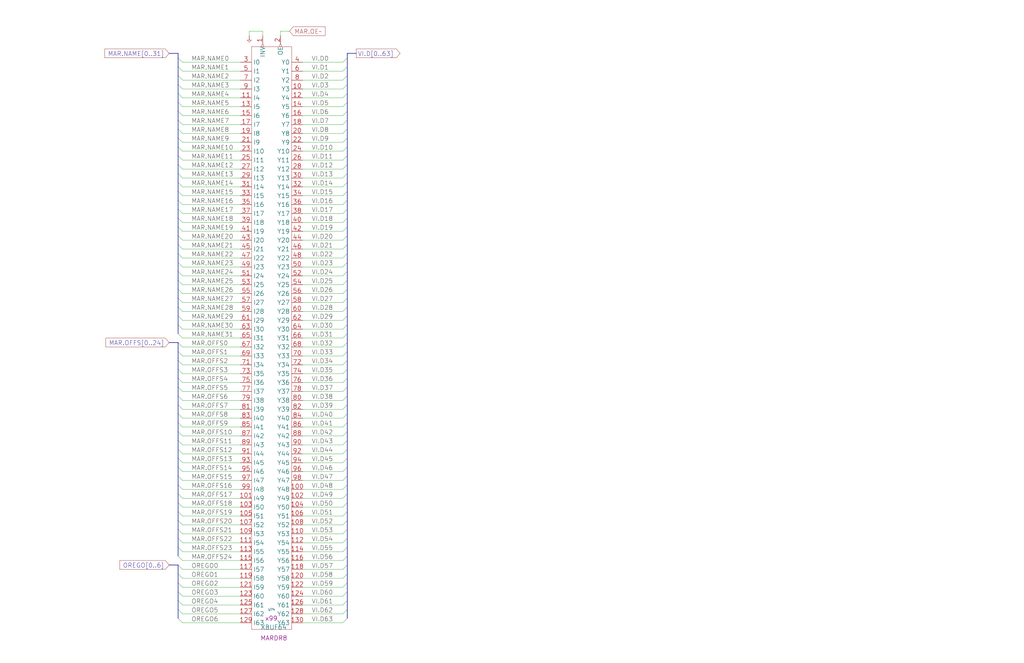
<source format=kicad_sch>
(kicad_sch (version 20230121) (generator eeschema)
  (paper "User" 584.2 378.46)
  (title_block (title "READ MAR DRIVER") (date "20-MAR-90") (rev "1.0") (comment 1 "FIU") (comment 2 "232-003065") (comment 3 "S400") (comment 4 "RELEASED"))
  (lib_symbols
    (symbol "r1000:PD" (power) (pin_numbers hide) (pin_names hide) (in_bom no)
      (symbol "PD_0_1"
        (polyline (pts (xy 0 -2.54) (xy 1.27 -2.54) (xy 0 -3.81) (xy -1.27 -2.54) (xy 0 -2.54)) (stroke (width 0.1524)))
      )
      (symbol "PD_1_1"
        (pin power_in line (at 0 0 270) (length 2.54) (name "PD") (number "1"))
      )
    )
    (symbol "r1000:XBUF64" (pin_names (offset 1.016))
      (property "Reference" "U" (at 2.54 5.08 0))
      (property "Value" "XBUF64" (at -3.81 -5.08 0))
      (property "Location" "___" (at -1.27 0 0))
      (property "Name" "______" (at 3.81 -12.7 0))
      (symbol "XBUF64_1_1"
        (rectangle (start -8.89 326.39) (end 13.97 -6.35))
        (circle (center -2.54 327.025) (radius 0.635))
        (circle (center 7.62 327.025) (radius 0.635))
        (pin input line (at -2.54 332.74 270) (length 5.08) (name "INV") (number "1"))
        (pin tri_state line (at 20.32 302.26 180) (length 6.35) (name "Y3") (number "10"))
        (pin tri_state line (at 20.32 73.66 180) (length 6.35) (name "Y48") (number "100"))
        (pin input line (at -15.24 68.58 0) (length 6.35) (name "I49") (number "101"))
        (pin tri_state line (at 20.32 68.58 180) (length 6.35) (name "Y49") (number "102"))
        (pin input line (at -15.24 63.5 0) (length 6.35) (name "I50") (number "103"))
        (pin tri_state line (at 20.32 63.5 180) (length 6.35) (name "Y50") (number "104"))
        (pin input line (at -15.24 58.42 0) (length 6.35) (name "I51") (number "105"))
        (pin tri_state line (at 20.32 58.42 180) (length 6.35) (name "Y51") (number "106"))
        (pin input line (at -15.24 53.34 0) (length 6.35) (name "I52") (number "107"))
        (pin tri_state line (at 20.32 53.34 180) (length 6.35) (name "Y52") (number "108"))
        (pin input line (at -15.24 48.26 0) (length 6.35) (name "I53") (number "109"))
        (pin input line (at -15.24 297.18 0) (length 6.35) (name "I4") (number "11"))
        (pin tri_state line (at 20.32 48.26 180) (length 6.35) (name "Y53") (number "110"))
        (pin input line (at -15.24 43.18 0) (length 6.35) (name "I54") (number "111"))
        (pin tri_state line (at 20.32 43.18 180) (length 6.35) (name "Y54") (number "112"))
        (pin input line (at -15.24 38.1 0) (length 6.35) (name "I55") (number "113"))
        (pin tri_state line (at 20.32 38.1 180) (length 6.35) (name "Y55") (number "114"))
        (pin input line (at -15.24 33.02 0) (length 6.35) (name "I56") (number "115"))
        (pin tri_state line (at 20.32 33.02 180) (length 6.35) (name "Y56") (number "116"))
        (pin input line (at -15.24 27.94 0) (length 6.35) (name "I57") (number "117"))
        (pin tri_state line (at 20.32 27.94 180) (length 6.35) (name "Y57") (number "118"))
        (pin input line (at -15.24 22.86 0) (length 6.35) (name "I58") (number "119"))
        (pin tri_state line (at 20.32 297.18 180) (length 6.35) (name "Y4") (number "12"))
        (pin tri_state line (at 20.32 22.86 180) (length 6.35) (name "Y58") (number "120"))
        (pin input line (at -15.24 17.78 0) (length 6.35) (name "I59") (number "121"))
        (pin tri_state line (at 20.32 17.78 180) (length 6.35) (name "Y59") (number "122"))
        (pin input line (at -15.24 12.7 0) (length 6.35) (name "I60") (number "123"))
        (pin tri_state line (at 20.32 12.7 180) (length 6.35) (name "Y60") (number "124"))
        (pin input line (at -15.24 7.62 0) (length 6.35) (name "I61") (number "125"))
        (pin tri_state line (at 20.32 7.62 180) (length 6.35) (name "Y61") (number "126"))
        (pin input line (at -15.24 2.54 0) (length 6.35) (name "I62") (number "127"))
        (pin tri_state line (at 20.32 2.54 180) (length 6.35) (name "Y62") (number "128"))
        (pin input line (at -15.24 -2.54 0) (length 6.35) (name "I63") (number "129"))
        (pin input line (at -15.24 292.1 0) (length 6.35) (name "I5") (number "13"))
        (pin tri_state line (at 20.32 -2.54 180) (length 6.35) (name "Y63") (number "130"))
        (pin tri_state line (at 20.32 292.1 180) (length 6.35) (name "Y5") (number "14"))
        (pin input line (at -15.24 287.02 0) (length 6.35) (name "I6") (number "15"))
        (pin tri_state line (at 20.32 287.02 180) (length 6.35) (name "Y6") (number "16"))
        (pin input line (at -15.24 281.94 0) (length 6.35) (name "I7") (number "17"))
        (pin tri_state line (at 20.32 281.94 180) (length 6.35) (name "Y7") (number "18"))
        (pin input line (at -15.24 276.86 0) (length 6.35) (name "I8") (number "19"))
        (pin input line (at 7.62 332.74 270) (length 5.08) (name "OE") (number "2"))
        (pin tri_state line (at 20.32 276.86 180) (length 6.35) (name "Y8") (number "20"))
        (pin input line (at -15.24 271.78 0) (length 6.35) (name "I9") (number "21"))
        (pin tri_state line (at 20.32 271.78 180) (length 6.35) (name "Y9") (number "22"))
        (pin input line (at -15.24 266.7 0) (length 6.35) (name "I10") (number "23"))
        (pin tri_state line (at 20.32 266.7 180) (length 6.35) (name "Y10") (number "24"))
        (pin input line (at -15.24 261.62 0) (length 6.35) (name "I11") (number "25"))
        (pin tri_state line (at 20.32 261.62 180) (length 6.35) (name "Y11") (number "26"))
        (pin input line (at -15.24 256.54 0) (length 6.35) (name "I12") (number "27"))
        (pin tri_state line (at 20.32 256.54 180) (length 6.35) (name "Y12") (number "28"))
        (pin input line (at -15.24 251.46 0) (length 6.35) (name "I13") (number "29"))
        (pin input line (at -15.24 317.5 0) (length 6.35) (name "I0") (number "3"))
        (pin tri_state line (at 20.32 251.46 180) (length 6.35) (name "Y13") (number "30"))
        (pin input line (at -15.24 246.38 0) (length 6.35) (name "I14") (number "31"))
        (pin tri_state line (at 20.32 246.38 180) (length 6.35) (name "Y14") (number "32"))
        (pin input line (at -15.24 241.3 0) (length 6.35) (name "I15") (number "33"))
        (pin tri_state line (at 20.32 241.3 180) (length 6.35) (name "Y15") (number "34"))
        (pin input line (at -15.24 236.22 0) (length 6.35) (name "I16") (number "35"))
        (pin tri_state line (at 20.32 236.22 180) (length 6.35) (name "Y16") (number "36"))
        (pin input line (at -15.24 231.14 0) (length 6.35) (name "I17") (number "37"))
        (pin tri_state line (at 20.32 231.14 180) (length 6.35) (name "Y17") (number "38"))
        (pin input line (at -15.24 226.06 0) (length 6.35) (name "I18") (number "39"))
        (pin tri_state line (at 20.32 317.5 180) (length 6.35) (name "Y0") (number "4"))
        (pin tri_state line (at 20.32 226.06 180) (length 6.35) (name "Y18") (number "40"))
        (pin input line (at -15.24 220.98 0) (length 6.35) (name "I19") (number "41"))
        (pin tri_state line (at 20.32 220.98 180) (length 6.35) (name "Y19") (number "42"))
        (pin input line (at -15.24 215.9 0) (length 6.35) (name "I20") (number "43"))
        (pin tri_state line (at 20.32 215.9 180) (length 6.35) (name "Y20") (number "44"))
        (pin input line (at -15.24 210.82 0) (length 6.35) (name "I21") (number "45"))
        (pin tri_state line (at 20.32 210.82 180) (length 6.35) (name "Y21") (number "46"))
        (pin input line (at -15.24 205.74 0) (length 6.35) (name "I22") (number "47"))
        (pin tri_state line (at 20.32 205.74 180) (length 6.35) (name "Y22") (number "48"))
        (pin input line (at -15.24 200.66 0) (length 6.35) (name "I23") (number "49"))
        (pin input line (at -15.24 312.42 0) (length 6.35) (name "I1") (number "5"))
        (pin tri_state line (at 20.32 200.66 180) (length 6.35) (name "Y23") (number "50"))
        (pin input line (at -15.24 195.58 0) (length 6.35) (name "I24") (number "51"))
        (pin tri_state line (at 20.32 195.58 180) (length 6.35) (name "Y24") (number "52"))
        (pin input line (at -15.24 190.5 0) (length 6.35) (name "I25") (number "53"))
        (pin tri_state line (at 20.32 190.5 180) (length 6.35) (name "Y25") (number "54"))
        (pin input line (at -15.24 185.42 0) (length 6.35) (name "I26") (number "55"))
        (pin tri_state line (at 20.32 185.42 180) (length 6.35) (name "Y26") (number "56"))
        (pin input line (at -15.24 180.34 0) (length 6.35) (name "I27") (number "57"))
        (pin tri_state line (at 20.32 180.34 180) (length 6.35) (name "Y27") (number "58"))
        (pin input line (at -15.24 175.26 0) (length 6.35) (name "I28") (number "59"))
        (pin tri_state line (at 20.32 312.42 180) (length 6.35) (name "Y1") (number "6"))
        (pin tri_state line (at 20.32 175.26 180) (length 6.35) (name "Y28") (number "60"))
        (pin input line (at -15.24 170.18 0) (length 6.35) (name "I29") (number "61"))
        (pin tri_state line (at 20.32 170.18 180) (length 6.35) (name "Y29") (number "62"))
        (pin input line (at -15.24 165.1 0) (length 6.35) (name "I30") (number "63"))
        (pin tri_state line (at 20.32 165.1 180) (length 6.35) (name "Y30") (number "64"))
        (pin input line (at -15.24 160.02 0) (length 6.35) (name "I31") (number "65"))
        (pin tri_state line (at 20.32 160.02 180) (length 6.35) (name "Y31") (number "66"))
        (pin input line (at -15.24 154.94 0) (length 6.35) (name "I32") (number "67"))
        (pin tri_state line (at 20.32 154.94 180) (length 6.35) (name "Y32") (number "68"))
        (pin input line (at -15.24 149.86 0) (length 6.35) (name "I33") (number "69"))
        (pin input line (at -15.24 307.34 0) (length 6.35) (name "I2") (number "7"))
        (pin tri_state line (at 20.32 149.86 180) (length 6.35) (name "Y33") (number "70"))
        (pin input line (at -15.24 144.78 0) (length 6.35) (name "I34") (number "71"))
        (pin tri_state line (at 20.32 144.78 180) (length 6.35) (name "Y34") (number "72"))
        (pin input line (at -15.24 139.7 0) (length 6.35) (name "I35") (number "73"))
        (pin tri_state line (at 20.32 139.7 180) (length 6.35) (name "Y35") (number "74"))
        (pin input line (at -15.24 134.62 0) (length 6.35) (name "I36") (number "75"))
        (pin tri_state line (at 20.32 134.62 180) (length 6.35) (name "Y36") (number "76"))
        (pin input line (at -15.24 129.54 0) (length 6.35) (name "I37") (number "77"))
        (pin tri_state line (at 20.32 129.54 180) (length 6.35) (name "Y37") (number "78"))
        (pin input line (at -15.24 124.46 0) (length 6.35) (name "I38") (number "79"))
        (pin tri_state line (at 20.32 307.34 180) (length 6.35) (name "Y2") (number "8"))
        (pin tri_state line (at 20.32 124.46 180) (length 6.35) (name "Y38") (number "80"))
        (pin input line (at -15.24 119.38 0) (length 6.35) (name "I39") (number "81"))
        (pin tri_state line (at 20.32 119.38 180) (length 6.35) (name "Y39") (number "82"))
        (pin input line (at -15.24 114.3 0) (length 6.35) (name "I40") (number "83"))
        (pin tri_state line (at 20.32 114.3 180) (length 6.35) (name "Y40") (number "84"))
        (pin input line (at -15.24 109.22 0) (length 6.35) (name "I41") (number "85"))
        (pin tri_state line (at 20.32 109.22 180) (length 6.35) (name "Y41") (number "86"))
        (pin input line (at -15.24 104.14 0) (length 6.35) (name "I42") (number "87"))
        (pin tri_state line (at 20.32 104.14 180) (length 6.35) (name "Y42") (number "88"))
        (pin input line (at -15.24 99.06 0) (length 6.35) (name "I43") (number "89"))
        (pin input line (at -15.24 302.26 0) (length 6.35) (name "I3") (number "9"))
        (pin tri_state line (at 20.32 99.06 180) (length 6.35) (name "Y43") (number "90"))
        (pin input line (at -15.24 93.98 0) (length 6.35) (name "I44") (number "91"))
        (pin tri_state line (at 20.32 93.98 180) (length 6.35) (name "Y44") (number "92"))
        (pin input line (at -15.24 88.9 0) (length 6.35) (name "I45") (number "93"))
        (pin tri_state line (at 20.32 88.9 180) (length 6.35) (name "Y45") (number "94"))
        (pin input line (at -15.24 83.82 0) (length 6.35) (name "I46") (number "95"))
        (pin tri_state line (at 20.32 83.82 180) (length 6.35) (name "Y46") (number "96"))
        (pin input line (at -15.24 78.74 0) (length 6.35) (name "I47") (number "97"))
        (pin tri_state line (at 20.32 78.74 180) (length 6.35) (name "Y47") (number "98"))
        (pin input line (at -15.24 73.66 0) (length 6.35) (name "I48") (number "99"))
      )
    )
  )
  (bus_entry (at 101.6 154.94) (size 2.54 2.54))
  (bus_entry (at 198.12 256.54) (size -2.54 2.54))
  (bus_entry (at 198.12 185.42) (size -2.54 2.54))
  (bus_entry (at 198.12 322.58) (size -2.54 2.54))
  (bus_entry (at 198.12 78.74) (size -2.54 2.54))
  (bus_entry (at 101.6 246.38) (size 2.54 2.54))
  (bus_entry (at 101.6 347.98) (size 2.54 2.54))
  (bus_entry (at 198.12 292.1) (size -2.54 2.54))
  (bus_entry (at 101.6 73.66) (size 2.54 2.54))
  (bus_entry (at 101.6 88.9) (size 2.54 2.54))
  (bus_entry (at 101.6 114.3) (size 2.54 2.54))
  (bus_entry (at 198.12 266.7) (size -2.54 2.54))
  (bus_entry (at 101.6 302.26) (size 2.54 2.54))
  (bus_entry (at 101.6 139.7) (size 2.54 2.54))
  (bus_entry (at 101.6 236.22) (size 2.54 2.54))
  (bus_entry (at 101.6 63.5) (size 2.54 2.54))
  (bus_entry (at 198.12 317.5) (size -2.54 2.54))
  (bus_entry (at 198.12 119.38) (size -2.54 2.54))
  (bus_entry (at 198.12 104.14) (size -2.54 2.54))
  (bus_entry (at 101.6 170.18) (size 2.54 2.54))
  (bus_entry (at 198.12 129.54) (size -2.54 2.54))
  (bus_entry (at 101.6 307.34) (size 2.54 2.54))
  (bus_entry (at 101.6 317.5) (size 2.54 2.54))
  (bus_entry (at 101.6 175.26) (size 2.54 2.54))
  (bus_entry (at 101.6 195.58) (size 2.54 2.54))
  (bus_entry (at 198.12 307.34) (size -2.54 2.54))
  (bus_entry (at 198.12 43.18) (size -2.54 2.54))
  (bus_entry (at 198.12 210.82) (size -2.54 2.54))
  (bus_entry (at 198.12 109.22) (size -2.54 2.54))
  (bus_entry (at 101.6 297.18) (size 2.54 2.54))
  (bus_entry (at 101.6 119.38) (size 2.54 2.54))
  (bus_entry (at 101.6 226.06) (size 2.54 2.54))
  (bus_entry (at 198.12 312.42) (size -2.54 2.54))
  (bus_entry (at 101.6 180.34) (size 2.54 2.54))
  (bus_entry (at 198.12 38.1) (size -2.54 2.54))
  (bus_entry (at 198.12 99.06) (size -2.54 2.54))
  (bus_entry (at 101.6 215.9) (size 2.54 2.54))
  (bus_entry (at 101.6 342.9) (size 2.54 2.54))
  (bus_entry (at 101.6 353.06) (size 2.54 2.54))
  (bus_entry (at 198.12 215.9) (size -2.54 2.54))
  (bus_entry (at 198.12 48.26) (size -2.54 2.54))
  (bus_entry (at 101.6 200.66) (size 2.54 2.54))
  (bus_entry (at 101.6 266.7) (size 2.54 2.54))
  (bus_entry (at 101.6 33.02) (size 2.54 2.54))
  (bus_entry (at 198.12 63.5) (size -2.54 2.54))
  (bus_entry (at 101.6 220.98) (size 2.54 2.54))
  (bus_entry (at 198.12 33.02) (size -2.54 2.54))
  (bus_entry (at 198.12 144.78) (size -2.54 2.54))
  (bus_entry (at 198.12 93.98) (size -2.54 2.54))
  (bus_entry (at 101.6 281.94) (size 2.54 2.54))
  (bus_entry (at 198.12 134.62) (size -2.54 2.54))
  (bus_entry (at 198.12 195.58) (size -2.54 2.54))
  (bus_entry (at 101.6 241.3) (size 2.54 2.54))
  (bus_entry (at 198.12 139.7) (size -2.54 2.54))
  (bus_entry (at 101.6 38.1) (size 2.54 2.54))
  (bus_entry (at 198.12 337.82) (size -2.54 2.54))
  (bus_entry (at 101.6 109.22) (size 2.54 2.54))
  (bus_entry (at 198.12 226.06) (size -2.54 2.54))
  (bus_entry (at 198.12 190.5) (size -2.54 2.54))
  (bus_entry (at 198.12 83.82) (size -2.54 2.54))
  (bus_entry (at 198.12 165.1) (size -2.54 2.54))
  (bus_entry (at 101.6 205.74) (size 2.54 2.54))
  (bus_entry (at 101.6 251.46) (size 2.54 2.54))
  (bus_entry (at 198.12 231.14) (size -2.54 2.54))
  (bus_entry (at 101.6 124.46) (size 2.54 2.54))
  (bus_entry (at 101.6 144.78) (size 2.54 2.54))
  (bus_entry (at 101.6 160.02) (size 2.54 2.54))
  (bus_entry (at 198.12 271.78) (size -2.54 2.54))
  (bus_entry (at 101.6 185.42) (size 2.54 2.54))
  (bus_entry (at 198.12 276.86) (size -2.54 2.54))
  (bus_entry (at 101.6 271.78) (size 2.54 2.54))
  (bus_entry (at 101.6 93.98) (size 2.54 2.54))
  (bus_entry (at 101.6 327.66) (size 2.54 2.54))
  (bus_entry (at 198.12 58.42) (size -2.54 2.54))
  (bus_entry (at 101.6 83.82) (size 2.54 2.54))
  (bus_entry (at 101.6 210.82) (size 2.54 2.54))
  (bus_entry (at 198.12 160.02) (size -2.54 2.54))
  (bus_entry (at 198.12 261.62) (size -2.54 2.54))
  (bus_entry (at 101.6 58.42) (size 2.54 2.54))
  (bus_entry (at 101.6 292.1) (size 2.54 2.54))
  (bus_entry (at 101.6 149.86) (size 2.54 2.54))
  (bus_entry (at 101.6 104.14) (size 2.54 2.54))
  (bus_entry (at 198.12 332.74) (size -2.54 2.54))
  (bus_entry (at 198.12 220.98) (size -2.54 2.54))
  (bus_entry (at 101.6 129.54) (size 2.54 2.54))
  (bus_entry (at 198.12 246.38) (size -2.54 2.54))
  (bus_entry (at 198.12 287.02) (size -2.54 2.54))
  (bus_entry (at 101.6 68.58) (size 2.54 2.54))
  (bus_entry (at 101.6 43.18) (size 2.54 2.54))
  (bus_entry (at 101.6 231.14) (size 2.54 2.54))
  (bus_entry (at 198.12 297.18) (size -2.54 2.54))
  (bus_entry (at 198.12 353.06) (size -2.54 2.54))
  (bus_entry (at 198.12 241.3) (size -2.54 2.54))
  (bus_entry (at 198.12 200.66) (size -2.54 2.54))
  (bus_entry (at 198.12 88.9) (size -2.54 2.54))
  (bus_entry (at 198.12 302.26) (size -2.54 2.54))
  (bus_entry (at 198.12 236.22) (size -2.54 2.54))
  (bus_entry (at 101.6 322.58) (size 2.54 2.54))
  (bus_entry (at 101.6 312.42) (size 2.54 2.54))
  (bus_entry (at 198.12 124.46) (size -2.54 2.54))
  (bus_entry (at 101.6 337.82) (size 2.54 2.54))
  (bus_entry (at 198.12 53.34) (size -2.54 2.54))
  (bus_entry (at 101.6 53.34) (size 2.54 2.54))
  (bus_entry (at 101.6 78.74) (size 2.54 2.54))
  (bus_entry (at 198.12 251.46) (size -2.54 2.54))
  (bus_entry (at 101.6 276.86) (size 2.54 2.54))
  (bus_entry (at 101.6 190.5) (size 2.54 2.54))
  (bus_entry (at 101.6 256.54) (size 2.54 2.54))
  (bus_entry (at 198.12 68.58) (size -2.54 2.54))
  (bus_entry (at 198.12 205.74) (size -2.54 2.54))
  (bus_entry (at 198.12 175.26) (size -2.54 2.54))
  (bus_entry (at 101.6 165.1) (size 2.54 2.54))
  (bus_entry (at 198.12 170.18) (size -2.54 2.54))
  (bus_entry (at 101.6 332.74) (size 2.54 2.54))
  (bus_entry (at 198.12 149.86) (size -2.54 2.54))
  (bus_entry (at 198.12 180.34) (size -2.54 2.54))
  (bus_entry (at 101.6 287.02) (size 2.54 2.54))
  (bus_entry (at 198.12 327.66) (size -2.54 2.54))
  (bus_entry (at 198.12 347.98) (size -2.54 2.54))
  (bus_entry (at 198.12 342.9) (size -2.54 2.54))
  (bus_entry (at 198.12 73.66) (size -2.54 2.54))
  (bus_entry (at 101.6 48.26) (size 2.54 2.54))
  (bus_entry (at 198.12 114.3) (size -2.54 2.54))
  (bus_entry (at 101.6 99.06) (size 2.54 2.54))
  (bus_entry (at 198.12 281.94) (size -2.54 2.54))
  (bus_entry (at 101.6 261.62) (size 2.54 2.54))
  (bus_entry (at 101.6 134.62) (size 2.54 2.54))
  (bus_entry (at 198.12 154.94) (size -2.54 2.54))
  (wire (pts (xy 172.72 162.56) (xy 195.58 162.56)))
  (bus (pts (xy 101.6 287.02) (xy 101.6 292.1)))
  (bus (pts (xy 198.12 236.22) (xy 198.12 241.3)))
  (wire (pts (xy 172.72 299.72) (xy 195.58 299.72)))
  (wire (pts (xy 104.14 162.56) (xy 137.16 162.56)))
  (wire (pts (xy 195.58 91.44) (xy 172.72 91.44)))
  (wire (pts (xy 104.14 111.76) (xy 137.16 111.76)))
  (wire (pts (xy 172.72 289.56) (xy 195.58 289.56)))
  (bus (pts (xy 101.6 73.66) (xy 101.6 78.74)))
  (bus (pts (xy 198.12 83.82) (xy 198.12 88.9)))
  (bus (pts (xy 101.6 347.98) (xy 101.6 353.06)))
  (wire (pts (xy 104.14 218.44) (xy 137.16 218.44)))
  (wire (pts (xy 172.72 45.72) (xy 195.58 45.72)))
  (bus (pts (xy 198.12 241.3) (xy 198.12 246.38)))
  (bus (pts (xy 101.6 109.22) (xy 101.6 114.3)))
  (wire (pts (xy 104.14 248.92) (xy 137.16 248.92)))
  (bus (pts (xy 101.6 261.62) (xy 101.6 266.7)))
  (wire (pts (xy 172.72 121.92) (xy 195.58 121.92)))
  (bus (pts (xy 101.6 99.06) (xy 101.6 104.14)))
  (wire (pts (xy 104.14 137.16) (xy 137.16 137.16)))
  (wire (pts (xy 104.14 228.6) (xy 137.16 228.6)))
  (bus (pts (xy 101.6 297.18) (xy 101.6 302.26)))
  (wire (pts (xy 104.14 50.8) (xy 137.16 50.8)))
  (bus (pts (xy 101.6 43.18) (xy 101.6 48.26)))
  (bus (pts (xy 101.6 292.1) (xy 101.6 297.18)))
  (wire (pts (xy 104.14 320.04) (xy 137.16 320.04)))
  (wire (pts (xy 172.72 208.28) (xy 195.58 208.28)))
  (bus (pts (xy 198.12 119.38) (xy 198.12 124.46)))
  (wire (pts (xy 172.72 259.08) (xy 195.58 259.08)))
  (bus (pts (xy 101.6 30.48) (xy 101.6 33.02)))
  (wire (pts (xy 104.14 289.56) (xy 137.16 289.56)))
  (bus (pts (xy 198.12 281.94) (xy 198.12 287.02)))
  (wire (pts (xy 172.72 309.88) (xy 195.58 309.88)))
  (bus (pts (xy 198.12 154.94) (xy 198.12 160.02)))
  (bus (pts (xy 101.6 119.38) (xy 101.6 124.46)))
  (bus (pts (xy 101.6 246.38) (xy 101.6 251.46)))
  (bus (pts (xy 101.6 342.9) (xy 101.6 347.98)))
  (wire (pts (xy 172.72 228.6) (xy 195.58 228.6)))
  (wire (pts (xy 104.14 40.64) (xy 137.16 40.64)))
  (wire (pts (xy 172.72 238.76) (xy 195.58 238.76)))
  (wire (pts (xy 104.14 340.36) (xy 137.16 340.36)))
  (bus (pts (xy 198.12 43.18) (xy 198.12 48.26)))
  (bus (pts (xy 101.6 88.9) (xy 101.6 93.98)))
  (bus (pts (xy 101.6 266.7) (xy 101.6 271.78)))
  (wire (pts (xy 172.72 274.32) (xy 195.58 274.32)))
  (bus (pts (xy 198.12 160.02) (xy 198.12 165.1)))
  (bus (pts (xy 198.12 317.5) (xy 198.12 322.58)))
  (bus (pts (xy 101.6 83.82) (xy 101.6 88.9)))
  (bus (pts (xy 101.6 144.78) (xy 101.6 149.86)))
  (bus (pts (xy 101.6 251.46) (xy 101.6 256.54)))
  (bus (pts (xy 101.6 104.14) (xy 101.6 109.22)))
  (wire (pts (xy 104.14 86.36) (xy 137.16 86.36)))
  (bus (pts (xy 198.12 302.26) (xy 198.12 307.34)))
  (wire (pts (xy 104.14 350.52) (xy 137.16 350.52)))
  (wire (pts (xy 104.14 127) (xy 137.16 127)))
  (bus (pts (xy 101.6 220.98) (xy 101.6 226.06)))
  (wire (pts (xy 172.72 40.64) (xy 195.58 40.64)))
  (bus (pts (xy 101.6 195.58) (xy 101.6 200.66)))
  (bus (pts (xy 101.6 180.34) (xy 101.6 185.42)))
  (wire (pts (xy 104.14 106.68) (xy 137.16 106.68)))
  (wire (pts (xy 172.72 71.12) (xy 195.58 71.12)))
  (wire (pts (xy 104.14 233.68) (xy 137.16 233.68)))
  (bus (pts (xy 198.12 48.26) (xy 198.12 53.34)))
  (bus (pts (xy 101.6 134.62) (xy 101.6 139.7)))
  (bus (pts (xy 101.6 276.86) (xy 101.6 281.94)))
  (bus (pts (xy 101.6 231.14) (xy 101.6 236.22)))
  (wire (pts (xy 172.72 142.24) (xy 195.58 142.24)))
  (bus (pts (xy 198.12 114.3) (xy 198.12 119.38)))
  (wire (pts (xy 104.14 309.88) (xy 137.16 309.88)))
  (bus (pts (xy 101.6 175.26) (xy 101.6 180.34)))
  (wire (pts (xy 104.14 345.44) (xy 137.16 345.44)))
  (bus (pts (xy 101.6 33.02) (xy 101.6 38.1)))
  (wire (pts (xy 104.14 325.12) (xy 137.16 325.12)))
  (bus (pts (xy 198.12 210.82) (xy 198.12 215.9)))
  (wire (pts (xy 104.14 35.56) (xy 137.16 35.56)))
  (wire (pts (xy 172.72 167.64) (xy 195.58 167.64)))
  (wire (pts (xy 104.14 96.52) (xy 137.16 96.52)))
  (wire (pts (xy 172.72 137.16) (xy 195.58 137.16)))
  (bus (pts (xy 198.12 180.34) (xy 198.12 185.42)))
  (wire (pts (xy 172.72 127) (xy 195.58 127)))
  (bus (pts (xy 101.6 241.3) (xy 101.6 246.38)))
  (bus (pts (xy 198.12 109.22) (xy 198.12 114.3)))
  (wire (pts (xy 172.72 320.04) (xy 195.58 320.04)))
  (wire (pts (xy 172.72 198.12) (xy 195.58 198.12)))
  (bus (pts (xy 101.6 149.86) (xy 101.6 154.94)))
  (wire (pts (xy 172.72 152.4) (xy 195.58 152.4)))
  (wire (pts (xy 104.14 223.52) (xy 137.16 223.52)))
  (bus (pts (xy 101.6 170.18) (xy 101.6 175.26)))
  (bus (pts (xy 198.12 33.02) (xy 198.12 38.1)))
  (wire (pts (xy 172.72 223.52) (xy 195.58 223.52)))
  (wire (pts (xy 172.72 55.88) (xy 195.58 55.88)))
  (wire (pts (xy 172.72 330.2) (xy 195.58 330.2)))
  (wire (pts (xy 104.14 208.28) (xy 137.16 208.28)))
  (wire (pts (xy 104.14 264.16) (xy 137.16 264.16)))
  (wire (pts (xy 195.58 345.44) (xy 172.72 345.44)))
  (wire (pts (xy 104.14 238.76) (xy 137.16 238.76)))
  (wire (pts (xy 172.72 81.28) (xy 195.58 81.28)))
  (bus (pts (xy 198.12 93.98) (xy 198.12 99.06)))
  (wire (pts (xy 149.86 17.78) (xy 149.86 20.32)))
  (wire (pts (xy 172.72 284.48) (xy 195.58 284.48)))
  (bus (pts (xy 101.6 200.66) (xy 101.6 205.74)))
  (wire (pts (xy 172.72 187.96) (xy 195.58 187.96)))
  (wire (pts (xy 172.72 147.32) (xy 195.58 147.32)))
  (bus (pts (xy 198.12 124.46) (xy 198.12 129.54)))
  (bus (pts (xy 101.6 93.98) (xy 101.6 99.06)))
  (bus (pts (xy 198.12 144.78) (xy 198.12 149.86)))
  (bus (pts (xy 198.12 287.02) (xy 198.12 292.1)))
  (bus (pts (xy 198.12 190.5) (xy 198.12 195.58)))
  (wire (pts (xy 172.72 294.64) (xy 195.58 294.64)))
  (bus (pts (xy 198.12 347.98) (xy 198.12 353.06)))
  (wire (pts (xy 104.14 147.32) (xy 137.16 147.32)))
  (bus (pts (xy 198.12 129.54) (xy 198.12 134.62)))
  (bus (pts (xy 198.12 342.9) (xy 198.12 347.98)))
  (bus (pts (xy 101.6 53.34) (xy 101.6 58.42)))
  (wire (pts (xy 104.14 172.72) (xy 137.16 172.72)))
  (wire (pts (xy 172.72 66.04) (xy 195.58 66.04)))
  (wire (pts (xy 172.72 35.56) (xy 195.58 35.56)))
  (wire (pts (xy 172.72 264.16) (xy 195.58 264.16)))
  (wire (pts (xy 172.72 116.84) (xy 195.58 116.84)))
  (bus (pts (xy 101.6 58.42) (xy 101.6 63.5)))
  (wire (pts (xy 104.14 198.12) (xy 137.16 198.12)))
  (wire (pts (xy 104.14 182.88) (xy 137.16 182.88)))
  (wire (pts (xy 104.14 76.2) (xy 137.16 76.2)))
  (wire (pts (xy 195.58 350.52) (xy 172.72 350.52)))
  (bus (pts (xy 101.6 38.1) (xy 101.6 43.18)))
  (bus (pts (xy 198.12 312.42) (xy 198.12 317.5)))
  (bus (pts (xy 101.6 205.74) (xy 101.6 210.82)))
  (bus (pts (xy 198.12 337.82) (xy 198.12 342.9)))
  (bus (pts (xy 198.12 68.58) (xy 198.12 73.66)))
  (wire (pts (xy 172.72 203.2) (xy 195.58 203.2)))
  (bus (pts (xy 96.52 322.58) (xy 101.6 322.58)))
  (wire (pts (xy 104.14 284.48) (xy 137.16 284.48)))
  (wire (pts (xy 172.72 111.76) (xy 195.58 111.76)))
  (wire (pts (xy 104.14 91.44) (xy 137.16 91.44)))
  (wire (pts (xy 172.72 269.24) (xy 195.58 269.24)))
  (wire (pts (xy 195.58 254) (xy 172.72 254)))
  (wire (pts (xy 104.14 213.36) (xy 137.16 213.36)))
  (wire (pts (xy 172.72 304.8) (xy 195.58 304.8)))
  (bus (pts (xy 198.12 175.26) (xy 198.12 180.34)))
  (wire (pts (xy 104.14 269.24) (xy 137.16 269.24)))
  (bus (pts (xy 101.6 114.3) (xy 101.6 119.38)))
  (wire (pts (xy 172.72 233.68) (xy 195.58 233.68)))
  (bus (pts (xy 101.6 281.94) (xy 101.6 287.02)))
  (bus (pts (xy 101.6 129.54) (xy 101.6 134.62)))
  (wire (pts (xy 172.72 101.6) (xy 195.58 101.6)))
  (bus (pts (xy 198.12 195.58) (xy 198.12 200.66)))
  (bus (pts (xy 198.12 226.06) (xy 198.12 231.14)))
  (wire (pts (xy 172.72 60.96) (xy 195.58 60.96)))
  (wire (pts (xy 172.72 355.6) (xy 195.58 355.6)))
  (bus (pts (xy 101.6 215.9) (xy 101.6 220.98)))
  (wire (pts (xy 172.72 50.8) (xy 195.58 50.8)))
  (wire (pts (xy 172.72 96.52) (xy 195.58 96.52)))
  (bus (pts (xy 198.12 53.34) (xy 198.12 58.42)))
  (wire (pts (xy 104.14 116.84) (xy 137.16 116.84)))
  (bus (pts (xy 96.52 30.48) (xy 101.6 30.48)))
  (wire (pts (xy 104.14 330.2) (xy 137.16 330.2)))
  (bus (pts (xy 101.6 210.82) (xy 101.6 215.9)))
  (bus (pts (xy 198.12 200.66) (xy 198.12 205.74)))
  (bus (pts (xy 198.12 261.62) (xy 198.12 266.7)))
  (bus (pts (xy 101.6 78.74) (xy 101.6 83.82)))
  (wire (pts (xy 104.14 299.72) (xy 137.16 299.72)))
  (bus (pts (xy 101.6 236.22) (xy 101.6 241.3)))
  (wire (pts (xy 172.72 340.36) (xy 195.58 340.36)))
  (bus (pts (xy 198.12 185.42) (xy 198.12 190.5)))
  (bus (pts (xy 101.6 226.06) (xy 101.6 231.14)))
  (bus (pts (xy 101.6 307.34) (xy 101.6 312.42)))
  (bus (pts (xy 198.12 246.38) (xy 198.12 251.46)))
  (wire (pts (xy 104.14 193.04) (xy 137.16 193.04)))
  (bus (pts (xy 198.12 63.5) (xy 198.12 68.58)))
  (bus (pts (xy 198.12 292.1) (xy 198.12 297.18)))
  (wire (pts (xy 172.72 132.08) (xy 195.58 132.08)))
  (bus (pts (xy 198.12 73.66) (xy 198.12 78.74)))
  (bus (pts (xy 198.12 99.06) (xy 198.12 104.14)))
  (bus (pts (xy 198.12 332.74) (xy 198.12 337.82)))
  (wire (pts (xy 172.72 213.36) (xy 195.58 213.36)))
  (bus (pts (xy 198.12 251.46) (xy 198.12 256.54)))
  (bus (pts (xy 101.6 139.7) (xy 101.6 144.78)))
  (bus (pts (xy 198.12 205.74) (xy 198.12 210.82)))
  (wire (pts (xy 172.72 157.48) (xy 195.58 157.48)))
  (wire (pts (xy 172.72 182.88) (xy 195.58 182.88)))
  (bus (pts (xy 101.6 337.82) (xy 101.6 342.9)))
  (bus (pts (xy 101.6 327.66) (xy 101.6 332.74)))
  (bus (pts (xy 198.12 139.7) (xy 198.12 144.78)))
  (bus (pts (xy 198.12 170.18) (xy 198.12 175.26)))
  (bus (pts (xy 101.6 124.46) (xy 101.6 129.54)))
  (bus (pts (xy 198.12 165.1) (xy 198.12 170.18)))
  (wire (pts (xy 172.72 325.12) (xy 195.58 325.12)))
  (bus (pts (xy 198.12 276.86) (xy 198.12 281.94)))
  (wire (pts (xy 172.72 177.8) (xy 195.58 177.8)))
  (wire (pts (xy 104.14 55.88) (xy 137.16 55.88)))
  (bus (pts (xy 198.12 30.48) (xy 198.12 33.02)))
  (wire (pts (xy 104.14 142.24) (xy 137.16 142.24)))
  (bus (pts (xy 198.12 58.42) (xy 198.12 63.5)))
  (wire (pts (xy 172.72 314.96) (xy 195.58 314.96)))
  (wire (pts (xy 104.14 167.64) (xy 137.16 167.64)))
  (wire (pts (xy 172.72 172.72) (xy 195.58 172.72)))
  (bus (pts (xy 101.6 63.5) (xy 101.6 68.58)))
  (wire (pts (xy 104.14 355.6) (xy 137.16 355.6)))
  (wire (pts (xy 104.14 254) (xy 137.16 254)))
  (wire (pts (xy 195.58 218.44) (xy 172.72 218.44)))
  (bus (pts (xy 101.6 68.58) (xy 101.6 73.66)))
  (wire (pts (xy 104.14 279.4) (xy 137.16 279.4)))
  (bus (pts (xy 203.2 30.48) (xy 198.12 30.48)))
  (wire (pts (xy 104.14 157.48) (xy 137.16 157.48)))
  (bus (pts (xy 101.6 312.42) (xy 101.6 317.5)))
  (wire (pts (xy 104.14 274.32) (xy 137.16 274.32)))
  (wire (pts (xy 172.72 76.2) (xy 195.58 76.2)))
  (bus (pts (xy 101.6 271.78) (xy 101.6 276.86)))
  (wire (pts (xy 172.72 106.68) (xy 195.58 106.68)))
  (wire (pts (xy 104.14 203.2) (xy 137.16 203.2)))
  (bus (pts (xy 101.6 165.1) (xy 101.6 170.18)))
  (bus (pts (xy 198.12 215.9) (xy 198.12 220.98)))
  (wire (pts (xy 104.14 71.12) (xy 137.16 71.12)))
  (bus (pts (xy 101.6 302.26) (xy 101.6 307.34)))
  (wire (pts (xy 104.14 152.4) (xy 137.16 152.4)))
  (wire (pts (xy 104.14 335.28) (xy 137.16 335.28)))
  (wire (pts (xy 104.14 243.84) (xy 137.16 243.84)))
  (wire (pts (xy 172.72 193.04) (xy 195.58 193.04)))
  (wire (pts (xy 172.72 248.92) (xy 195.58 248.92)))
  (bus (pts (xy 198.12 322.58) (xy 198.12 327.66)))
  (bus (pts (xy 198.12 220.98) (xy 198.12 226.06)))
  (wire (pts (xy 142.24 20.32) (xy 142.24 17.78)))
  (wire (pts (xy 142.24 17.78) (xy 149.86 17.78)))
  (wire (pts (xy 104.14 259.08) (xy 137.16 259.08)))
  (wire (pts (xy 104.14 294.64) (xy 137.16 294.64)))
  (bus (pts (xy 198.12 297.18) (xy 198.12 302.26)))
  (bus (pts (xy 101.6 154.94) (xy 101.6 160.02)))
  (bus (pts (xy 198.12 307.34) (xy 198.12 312.42)))
  (wire (pts (xy 104.14 45.72) (xy 137.16 45.72)))
  (bus (pts (xy 101.6 160.02) (xy 101.6 165.1)))
  (wire (pts (xy 104.14 66.04) (xy 137.16 66.04)))
  (wire (pts (xy 104.14 101.6) (xy 137.16 101.6)))
  (wire (pts (xy 172.72 86.36) (xy 195.58 86.36)))
  (bus (pts (xy 101.6 48.26) (xy 101.6 53.34)))
  (bus (pts (xy 96.52 195.58) (xy 101.6 195.58)))
  (wire (pts (xy 165.1 17.78) (xy 160.02 17.78)))
  (bus (pts (xy 198.12 256.54) (xy 198.12 261.62)))
  (bus (pts (xy 198.12 271.78) (xy 198.12 276.86)))
  (bus (pts (xy 198.12 266.7) (xy 198.12 271.78)))
  (wire (pts (xy 172.72 335.28) (xy 195.58 335.28)))
  (wire (pts (xy 104.14 121.92) (xy 137.16 121.92)))
  (wire (pts (xy 172.72 279.4) (xy 195.58 279.4)))
  (bus (pts (xy 198.12 231.14) (xy 198.12 236.22)))
  (wire (pts (xy 104.14 81.28) (xy 137.16 81.28)))
  (bus (pts (xy 198.12 327.66) (xy 198.12 332.74)))
  (wire (pts (xy 160.02 17.78) (xy 160.02 20.32)))
  (wire (pts (xy 104.14 132.08) (xy 137.16 132.08)))
  (bus (pts (xy 101.6 185.42) (xy 101.6 190.5)))
  (wire (pts (xy 172.72 243.84) (xy 195.58 243.84)))
  (wire (pts (xy 104.14 60.96) (xy 137.16 60.96)))
  (bus (pts (xy 198.12 78.74) (xy 198.12 83.82)))
  (wire (pts (xy 104.14 314.96) (xy 137.16 314.96)))
  (bus (pts (xy 198.12 104.14) (xy 198.12 109.22)))
  (bus (pts (xy 101.6 256.54) (xy 101.6 261.62)))
  (wire (pts (xy 104.14 177.8) (xy 137.16 177.8)))
  (wire (pts (xy 104.14 304.8) (xy 137.16 304.8)))
  (wire (pts (xy 104.14 187.96) (xy 137.16 187.96)))
  (bus (pts (xy 198.12 149.86) (xy 198.12 154.94)))
  (bus (pts (xy 198.12 134.62) (xy 198.12 139.7)))
  (bus (pts (xy 101.6 332.74) (xy 101.6 337.82)))
  (bus (pts (xy 101.6 322.58) (xy 101.6 327.66)))
  (bus (pts (xy 198.12 38.1) (xy 198.12 43.18)))
  (bus (pts (xy 198.12 88.9) (xy 198.12 93.98)))
  (label "MAR.OFFS2" (at 109.22 208.28 0) (effects (font (size 2.54 2.54))))
  (label "VI.D4" (at 177.8 55.88 0) (effects (font (size 2.54 2.54))))
  (label "MAR.OFFS10" (at 109.22 248.92 0) (effects (font (size 2.54 2.54))))
  (label "MAR.OFFS21" (at 109.22 304.8 0) (effects (font (size 2.54 2.54))))
  (label "VI.D43" (at 177.8 254 0) (effects (font (size 2.54 2.54))))
  (label "MAR.OFFS1" (at 109.22 203.2 0) (effects (font (size 2.54 2.54))))
  (label "VI.D26" (at 177.8 167.64 0) (effects (font (size 2.54 2.54))))
  (label "OREGO0" (at 109.22 325.12 0) (effects (font (size 2.54 2.54))))
  (label "MAR.NAME28" (at 109.22 177.8 0) (effects (font (size 2.54 2.54))))
  (label "VI.D39" (at 177.8 233.68 0) (effects (font (size 2.54 2.54))))
  (label "VI.D35" (at 177.8 213.36 0) (effects (font (size 2.54 2.54))))
  (label "VI.D31" (at 177.8 193.04 0) (effects (font (size 2.54 2.54))))
  (label "MAR.NAME9" (at 109.22 81.28 0) (effects (font (size 2.54 2.54))))
  (label "VI.D53" (at 177.8 304.8 0) (effects (font (size 2.54 2.54))))
  (label "MAR.NAME24" (at 109.22 157.48 0) (effects (font (size 2.54 2.54))))
  (label "VI.D45" (at 177.8 264.16 0) (effects (font (size 2.54 2.54))))
  (label "VI.D55" (at 177.8 314.96 0) (effects (font (size 2.54 2.54))))
  (label "VI.D50" (at 177.8 289.56 0) (effects (font (size 2.54 2.54))))
  (label "MAR.NAME26" (at 109.22 167.64 0) (effects (font (size 2.54 2.54))))
  (label "MAR.OFFS17" (at 109.22 284.48 0) (effects (font (size 2.54 2.54))))
  (label "VI.D62" (at 177.8 350.52 0) (effects (font (size 2.54 2.54))))
  (label "MAR.OFFS23" (at 109.22 314.96 0) (effects (font (size 2.54 2.54))))
  (label "VI.D59" (at 177.8 335.28 0) (effects (font (size 2.54 2.54))))
  (label "MAR.OFFS19" (at 109.22 294.64 0) (effects (font (size 2.54 2.54))))
  (label "VI.D36" (at 177.8 218.44 0) (effects (font (size 2.54 2.54))))
  (label "MAR.OFFS16" (at 109.22 279.4 0) (effects (font (size 2.54 2.54))))
  (label "VI.D6" (at 177.8 66.04 0) (effects (font (size 2.54 2.54))))
  (label "VI.D13" (at 177.8 101.6 0) (effects (font (size 2.54 2.54))))
  (label "VI.D48" (at 177.8 279.4 0) (effects (font (size 2.54 2.54))))
  (label "VI.D40" (at 177.8 238.76 0) (effects (font (size 2.54 2.54))))
  (label "MAR.NAME16" (at 109.22 116.84 0) (effects (font (size 2.54 2.54))))
  (label "VI.D0" (at 177.8 35.56 0) (effects (font (size 2.54 2.54))))
  (label "MAR.NAME20" (at 109.22 137.16 0) (effects (font (size 2.54 2.54))))
  (label "MAR.OFFS13" (at 109.22 264.16 0) (effects (font (size 2.54 2.54))))
  (label "MAR.OFFS6" (at 109.22 228.6 0) (effects (font (size 2.54 2.54))))
  (label "MAR.OFFS5" (at 109.22 223.52 0) (effects (font (size 2.54 2.54))))
  (label "MAR.NAME10" (at 109.22 86.36 0) (effects (font (size 2.54 2.54))))
  (label "VI.D29" (at 177.8 182.88 0) (effects (font (size 2.54 2.54))))
  (label "OREGO3" (at 109.22 340.36 0) (effects (font (size 2.54 2.54))))
  (label "VI.D54" (at 177.8 309.88 0) (effects (font (size 2.54 2.54))))
  (label "MAR.OFFS9" (at 109.22 243.84 0) (effects (font (size 2.54 2.54))))
  (label "VI.D22" (at 177.8 147.32 0) (effects (font (size 2.54 2.54))))
  (label "MAR.OFFS18" (at 109.22 289.56 0) (effects (font (size 2.54 2.54))))
  (label "VI.D11" (at 177.8 91.44 0) (effects (font (size 2.54 2.54))))
  (label "MAR.OFFS0" (at 109.22 198.12 0) (effects (font (size 2.54 2.54))))
  (label "MAR.NAME5" (at 109.22 60.96 0) (effects (font (size 2.54 2.54))))
  (label "MAR.NAME3" (at 109.22 50.8 0) (effects (font (size 2.54 2.54))))
  (label "VI.D33" (at 177.8 203.2 0) (effects (font (size 2.54 2.54))))
  (label "MAR.NAME27" (at 109.22 172.72 0) (effects (font (size 2.54 2.54))))
  (label "MAR.NAME17" (at 109.22 121.92 0) (effects (font (size 2.54 2.54))))
  (label "MAR.NAME12" (at 109.22 96.52 0) (effects (font (size 2.54 2.54))))
  (label "MAR.OFFS15" (at 109.22 274.32 0) (effects (font (size 2.54 2.54))))
  (label "VI.D47" (at 177.8 274.32 0) (effects (font (size 2.54 2.54))))
  (label "OREGO6" (at 109.22 355.6 0) (effects (font (size 2.54 2.54))))
  (label "VI.D30" (at 177.8 187.96 0) (effects (font (size 2.54 2.54))))
  (label "MAR.NAME0" (at 109.22 35.56 0) (effects (font (size 2.54 2.54))))
  (label "MAR.NAME2" (at 109.22 45.72 0) (effects (font (size 2.54 2.54))))
  (label "MAR.OFFS22" (at 109.22 309.88 0) (effects (font (size 2.54 2.54))))
  (label "MAR.OFFS14" (at 109.22 269.24 0) (effects (font (size 2.54 2.54))))
  (label "VI.D7" (at 177.8 71.12 0) (effects (font (size 2.54 2.54))))
  (label "MAR.NAME4" (at 109.22 55.88 0) (effects (font (size 2.54 2.54))))
  (label "OREGO4" (at 109.22 345.44 0) (effects (font (size 2.54 2.54))))
  (label "MAR.NAME30" (at 109.22 187.96 0) (effects (font (size 2.54 2.54))))
  (label "MAR.NAME31" (at 109.22 193.04 0) (effects (font (size 2.54 2.54))))
  (label "VI.D32" (at 177.8 198.12 0) (effects (font (size 2.54 2.54))))
  (label "VI.D57" (at 177.8 325.12 0) (effects (font (size 2.54 2.54))))
  (label "VI.D38" (at 177.8 228.6 0) (effects (font (size 2.54 2.54))))
  (label "MAR.NAME25" (at 109.22 162.56 0) (effects (font (size 2.54 2.54))))
  (label "VI.D17" (at 177.8 121.92 0) (effects (font (size 2.54 2.54))))
  (label "VI.D3" (at 177.8 50.8 0) (effects (font (size 2.54 2.54))))
  (label "VI.D41" (at 177.8 243.84 0) (effects (font (size 2.54 2.54))))
  (label "VI.D61" (at 177.8 345.44 0) (effects (font (size 2.54 2.54))))
  (label "MAR.OFFS3" (at 109.22 213.36 0) (effects (font (size 2.54 2.54))))
  (label "VI.D16" (at 177.8 116.84 0) (effects (font (size 2.54 2.54))))
  (label "VI.D25" (at 177.8 162.56 0) (effects (font (size 2.54 2.54))))
  (label "VI.D58" (at 177.8 330.2 0) (effects (font (size 2.54 2.54))))
  (label "VI.D27" (at 177.8 172.72 0) (effects (font (size 2.54 2.54))))
  (label "VI.D52" (at 177.8 299.72 0) (effects (font (size 2.54 2.54))))
  (label "VI.D63" (at 177.8 355.6 0) (effects (font (size 2.54 2.54))))
  (label "MAR.OFFS24" (at 109.22 320.04 0) (effects (font (size 2.54 2.54))))
  (label "MAR.NAME23" (at 109.22 152.4 0) (effects (font (size 2.54 2.54))))
  (label "VI.D46" (at 177.8 269.24 0) (effects (font (size 2.54 2.54))))
  (label "VI.D28" (at 177.8 177.8 0) (effects (font (size 2.54 2.54))))
  (label "VI.D10" (at 177.8 86.36 0) (effects (font (size 2.54 2.54))))
  (label "MAR.NAME19" (at 109.22 132.08 0) (effects (font (size 2.54 2.54))))
  (label "VI.D49" (at 177.8 284.48 0) (effects (font (size 2.54 2.54))))
  (label "VI.D37" (at 177.8 223.52 0) (effects (font (size 2.54 2.54))))
  (label "VI.D42" (at 177.8 248.92 0) (effects (font (size 2.54 2.54))))
  (label "VI.D14" (at 177.8 106.68 0) (effects (font (size 2.54 2.54))))
  (label "VI.D12" (at 177.8 96.52 0) (effects (font (size 2.54 2.54))))
  (label "VI.D5" (at 177.8 60.96 0) (effects (font (size 2.54 2.54))))
  (label "VI.D56" (at 177.8 320.04 0) (effects (font (size 2.54 2.54))))
  (label "VI.D44" (at 177.8 259.08 0) (effects (font (size 2.54 2.54))))
  (label "MAR.NAME21" (at 109.22 142.24 0) (effects (font (size 2.54 2.54))))
  (label "MAR.NAME1" (at 109.22 40.64 0) (effects (font (size 2.54 2.54))))
  (label "MAR.OFFS12" (at 109.22 259.08 0) (effects (font (size 2.54 2.54))))
  (label "VI.D1" (at 177.8 40.64 0) (effects (font (size 2.54 2.54))))
  (label "OREGO5" (at 109.22 350.52 0) (effects (font (size 2.54 2.54))))
  (label "VI.D24" (at 177.8 157.48 0) (effects (font (size 2.54 2.54))))
  (label "VI.D18" (at 177.8 127 0) (effects (font (size 2.54 2.54))))
  (label "MAR.NAME29" (at 109.22 182.88 0) (effects (font (size 2.54 2.54))))
  (label "MAR.NAME11" (at 109.22 91.44 0) (effects (font (size 2.54 2.54))))
  (label "VI.D60" (at 177.8 340.36 0) (effects (font (size 2.54 2.54))))
  (label "MAR.NAME15" (at 109.22 111.76 0) (effects (font (size 2.54 2.54))))
  (label "MAR.NAME8" (at 109.22 76.2 0) (effects (font (size 2.54 2.54))))
  (label "MAR.OFFS7" (at 109.22 233.68 0) (effects (font (size 2.54 2.54))))
  (label "MAR.OFFS8" (at 109.22 238.76 0) (effects (font (size 2.54 2.54))))
  (label "MAR.OFFS11" (at 109.22 254 0) (effects (font (size 2.54 2.54))))
  (label "VI.D34" (at 177.8 208.28 0) (effects (font (size 2.54 2.54))))
  (label "VI.D21" (at 177.8 142.24 0) (effects (font (size 2.54 2.54))))
  (label "MAR.NAME13" (at 109.22 101.6 0) (effects (font (size 2.54 2.54))))
  (label "OREGO2" (at 109.22 335.28 0) (effects (font (size 2.54 2.54))))
  (label "MAR.NAME7" (at 109.22 71.12 0) (effects (font (size 2.54 2.54))))
  (label "MAR.NAME22" (at 109.22 147.32 0) (effects (font (size 2.54 2.54))))
  (label "VI.D23" (at 177.8 152.4 0) (effects (font (size 2.54 2.54))))
  (label "MAR.NAME14" (at 109.22 106.68 0) (effects (font (size 2.54 2.54))))
  (label "MAR.OFFS20" (at 109.22 299.72 0) (effects (font (size 2.54 2.54))))
  (label "VI.D2" (at 177.8 45.72 0) (effects (font (size 2.54 2.54))))
  (label "MAR.OFFS4" (at 109.22 218.44 0) (effects (font (size 2.54 2.54))))
  (label "VI.D51" (at 177.8 294.64 0) (effects (font (size 2.54 2.54))))
  (label "OREGO1" (at 109.22 330.2 0) (effects (font (size 2.54 2.54))))
  (label "VI.D15" (at 177.8 111.76 0) (effects (font (size 2.54 2.54))))
  (label "MAR.NAME18" (at 109.22 127 0) (effects (font (size 2.54 2.54))))
  (label "MAR.NAME6" (at 109.22 66.04 0) (effects (font (size 2.54 2.54))))
  (label "VI.D8" (at 177.8 76.2 0) (effects (font (size 2.54 2.54))))
  (label "VI.D9" (at 177.8 81.28 0) (effects (font (size 2.54 2.54))))
  (label "VI.D19" (at 177.8 132.08 0) (effects (font (size 2.54 2.54))))
  (label "VI.D20" (at 177.8 137.16 0) (effects (font (size 2.54 2.54))))
  (global_label "OREGO[0..6]" (shape input) (at 96.52 322.58 180) (effects (font (size 2.54 2.54))) (property "Intersheetrefs" "${INTERSHEET_REFS}" (at 68.3502 322.4213 0) (effects (font (size 1.905 1.905)) (justify right))))
  (global_label "MAR.OFFS[0..24]" (shape input) (at 96.52 195.58 180) (effects (font (size 2.54 2.54))) (property "Intersheetrefs" "${INTERSHEET_REFS}" (at 60.3673 195.4213 0) (effects (font (size 1.905 1.905)) (justify right))))
  (global_label "VI.D[0..63]" (shape output) (at 203.2 30.48 0) (effects (font (size 2.54 2.54))) (property "Intersheetrefs" "${INTERSHEET_REFS}" (at 228.225 30.3213 0) (effects (font (size 1.905 1.905)) (justify left))))
  (global_label "MAR.OE~" (shape input) (at 165.1 17.78 0) (effects (font (size 2.54 2.54))) (property "Intersheetrefs" "${INTERSHEET_REFS}" (at 185.5289 17.6213 0) (effects (font (size 1.905 1.905)) (justify left))))
  (global_label "MAR.NAME[0..31]" (shape input) (at 96.52 30.48 180) (effects (font (size 2.54 2.54))) (property "Intersheetrefs" "${INTERSHEET_REFS}" (at 59.7626 30.3213 0) (effects (font (size 1.905 1.905)) (justify right))))
  (symbol (lib_id "r1000:PD") (at 142.24 20.32 0) (unit 1) (in_bom no)
    (property "Reference" "#PWR013" (effects hide))
    (property "Value" "PD" (effects hide))
  )
  (symbol (lib_id "r1000:XBUF64") (at 152.4 353.06 0) (unit 1)
    (property "Reference" "U74" (at 154.94 347.98 0))
    (property "Value" "XBUF64" (at 148.59 358.14 0) (effects (font (size 2.54 2.54)) (justify left)))
    (property "Location" "x99" (at 151.13 353.06 0) (effects (font (size 2.54 2.54)) (justify left)))
    (property "Name" "MARDR8" (at 156.21 365.76 0) (effects (font (size 2.54 2.54)) (justify bottom)))
  )
)
</source>
